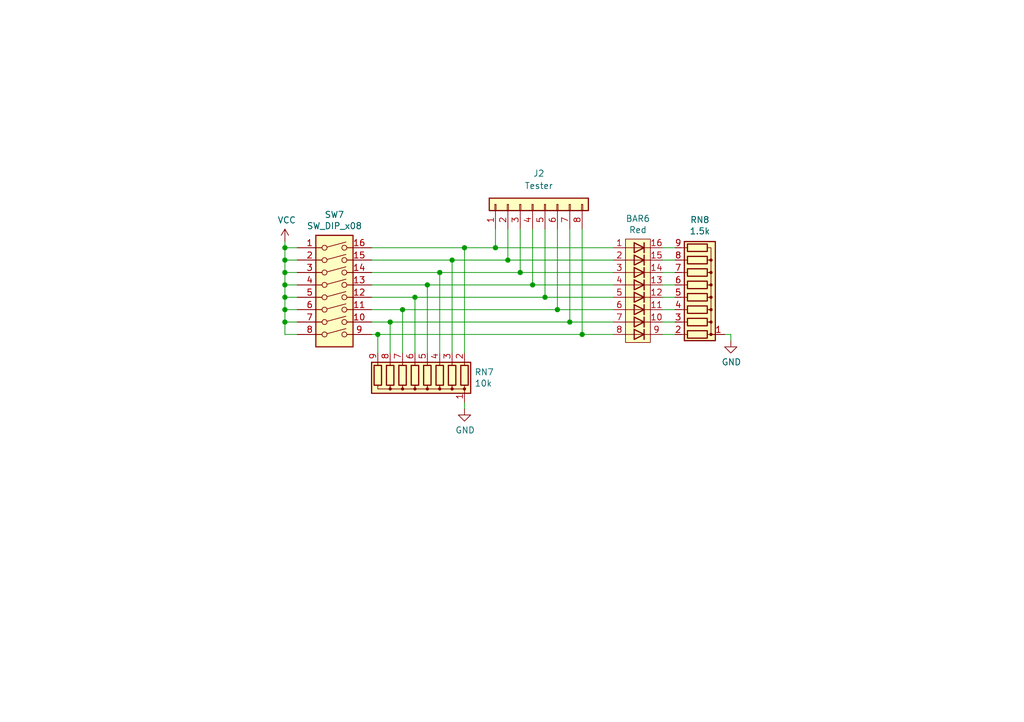
<source format=kicad_sch>
(kicad_sch (version 20211123) (generator eeschema)
  (paper "User" 210.007 148.006)
  (title_block (title "Tester Module") (date "2022-01-23") (rev "A.15") (comment 2 "https://github.com/adrienkohlbecker/65C816") (comment 3 "Licensed under CERN-OHL-W v2") (comment 4 "Copyright © 2021 Adrien Kohlbecker"))
  (lib_symbols
    (symbol "65C816:LED-Array-8" (pin_names (offset 1.016) hide)
      (property "Reference" "BAR" (at 0 11.938 0))
      (property "Value" "LED-Array-8" (at 0.762 -12.065 0))
      (symbol "LED-Array-8_0_1"
        (polyline (pts (xy -2.54 -8.89) (xy 2.54 -8.89)))
        (polyline (pts (xy -2.54 -6.35) (xy 2.54 -6.35)))
        (polyline (pts (xy -2.54 -1.27) (xy 2.54 -1.27)))
        (polyline (pts (xy -2.54 3.81) (xy 2.54 3.81)))
        (polyline (pts (xy -2.54 6.35) (xy 2.54 6.35)))
        (polyline (pts (xy -2.54 8.89) (xy 2.54 8.89)))
        (polyline (pts (xy 1.27 -7.874) (xy 1.27 -9.906)) (stroke (width 0.254)))
        (polyline (pts (xy 1.27 -5.334) (xy 1.27 -7.366)) (stroke (width 0.254)))
        (polyline (pts (xy 1.27 -2.794) (xy 1.27 -4.826)) (stroke (width 0.254)))
        (polyline (pts (xy 1.27 -0.254) (xy 1.27 -2.286)) (stroke (width 0.254)))
        (polyline (pts (xy 1.27 2.286) (xy 1.27 0.254)) (stroke (width 0.254)))
        (polyline (pts (xy 1.27 4.826) (xy 1.27 2.794)) (stroke (width 0.254)))
        (polyline (pts (xy 1.27 7.366) (xy 1.27 5.334)) (stroke (width 0.254)))
        (polyline (pts (xy 1.27 9.906) (xy 1.27 7.874)) (stroke (width 0.254)))
        (polyline (pts (xy 2.54 -3.81) (xy -2.54 -3.81)))
        (polyline (pts (xy 2.54 1.27) (xy -2.54 1.27)))
        (polyline (pts (xy -0.762 -7.874) (xy -0.762 -9.906) (xy 1.27 -8.89) (xy -0.762 -7.874)) (stroke (width 0.254)))
        (polyline (pts (xy -0.762 -5.334) (xy -0.762 -7.366) (xy 1.27 -6.35) (xy -0.762 -5.334)) (stroke (width 0.254)))
        (polyline (pts (xy -0.762 -2.794) (xy -0.762 -4.826) (xy 1.27 -3.81) (xy -0.762 -2.794)) (stroke (width 0.254)))
        (polyline (pts (xy -0.762 -0.254) (xy -0.762 -2.286) (xy 1.27 -1.27) (xy -0.762 -0.254)) (stroke (width 0.254)))
        (polyline (pts (xy -0.762 2.286) (xy -0.762 0.254) (xy 1.27 1.27) (xy -0.762 2.286)) (stroke (width 0.254)))
        (polyline (pts (xy -0.762 4.826) (xy -0.762 2.794) (xy 1.27 3.81) (xy -0.762 4.826)) (stroke (width 0.254)))
        (polyline (pts (xy -0.762 7.366) (xy -0.762 5.334) (xy 1.27 6.35) (xy -0.762 7.366)) (stroke (width 0.254)))
        (polyline (pts (xy -0.762 9.906) (xy -0.762 7.874) (xy 1.27 8.89) (xy -0.762 9.906)) (stroke (width 0.254)))
        (rectangle (start 2.54 10.668) (end -2.54 -10.541) (fill (type background)))
      )
      (symbol "LED-Array-8_1_1"
        (pin passive line (at -5.08 8.89 0) (length 2.54) (name "A") (number "1"))
        (pin passive line (at 5.08 -6.35 180) (length 2.54) (name "K") (number "10"))
        (pin passive line (at 5.08 -3.81 180) (length 2.54) (name "K") (number "11"))
        (pin passive line (at 5.08 -1.27 180) (length 2.54) (name "K") (number "12"))
        (pin passive line (at 5.08 1.27 180) (length 2.54) (name "K") (number "13"))
        (pin passive line (at 5.08 3.81 180) (length 2.54) (name "K") (number "14"))
        (pin passive line (at 5.08 6.35 180) (length 2.54) (name "K") (number "15"))
        (pin passive line (at 5.08 8.89 180) (length 2.54) (name "K") (number "16"))
        (pin passive line (at -5.08 6.35 0) (length 2.54) (name "A") (number "2"))
        (pin passive line (at -5.08 3.81 0) (length 2.54) (name "A") (number "3"))
        (pin passive line (at -5.08 1.27 0) (length 2.54) (name "A") (number "4"))
        (pin passive line (at -5.08 -1.27 0) (length 2.54) (name "A") (number "5"))
        (pin passive line (at -5.08 -3.81 0) (length 2.54) (name "A") (number "6"))
        (pin passive line (at -5.08 -6.35 0) (length 2.54) (name "A") (number "7"))
        (pin passive line (at -5.08 -8.89 0) (length 2.54) (name "A") (number "8"))
        (pin passive line (at 5.08 -8.89 180) (length 2.54) (name "K") (number "9"))
      )
    )
    (symbol "Connector_Generic:Conn_01x08" (pin_names (offset 1.016) hide)
      (property "Reference" "J" (at 0 10.16 0))
      (property "Value" "Conn_01x08" (at 0 -12.7 0))
      (symbol "Conn_01x08_1_1"
        (rectangle (start -1.27 -10.033) (end 0 -10.287) (stroke (width 0.1524)))
        (rectangle (start -1.27 -7.493) (end 0 -7.747) (stroke (width 0.1524)))
        (rectangle (start -1.27 -4.953) (end 0 -5.207) (stroke (width 0.1524)))
        (rectangle (start -1.27 -2.413) (end 0 -2.667) (stroke (width 0.1524)))
        (rectangle (start -1.27 0.127) (end 0 -0.127) (stroke (width 0.1524)))
        (rectangle (start -1.27 2.667) (end 0 2.413) (stroke (width 0.1524)))
        (rectangle (start -1.27 5.207) (end 0 4.953) (stroke (width 0.1524)))
        (rectangle (start -1.27 7.747) (end 0 7.493) (stroke (width 0.1524)))
        (rectangle (start -1.27 8.89) (end 1.27 -11.43) (stroke (width 0.254)) (fill (type background)))
        (pin passive line (at -5.08 7.62 0) (length 3.81) (name "Pin_1") (number "1"))
        (pin passive line (at -5.08 5.08 0) (length 3.81) (name "Pin_2") (number "2"))
        (pin passive line (at -5.08 2.54 0) (length 3.81) (name "Pin_3") (number "3"))
        (pin passive line (at -5.08 0 0) (length 3.81) (name "Pin_4") (number "4"))
        (pin passive line (at -5.08 -2.54 0) (length 3.81) (name "Pin_5") (number "5"))
        (pin passive line (at -5.08 -5.08 0) (length 3.81) (name "Pin_6") (number "6"))
        (pin passive line (at -5.08 -7.62 0) (length 3.81) (name "Pin_7") (number "7"))
        (pin passive line (at -5.08 -10.16 0) (length 3.81) (name "Pin_8") (number "8"))
      )
    )
    (symbol "Device:R_Network08" (pin_names (offset 0) hide)
      (property "Reference" "RN" (at -12.7 0 90))
      (property "Value" "R_Network08" (at 10.16 0 90))
      (symbol "R_Network08_0_1"
        (rectangle (start -11.43 -3.175) (end 8.89 3.175) (stroke (width 0.254)) (fill (type background)))
        (rectangle (start -10.922 1.524) (end -9.398 -2.54) (stroke (width 0.254)))
        (circle (center -10.16 2.286) (radius 0.254) (fill (type outline)))
        (rectangle (start -8.382 1.524) (end -6.858 -2.54) (stroke (width 0.254)))
        (circle (center -7.62 2.286) (radius 0.254) (fill (type outline)))
        (rectangle (start -5.842 1.524) (end -4.318 -2.54) (stroke (width 0.254)))
        (circle (center -5.08 2.286) (radius 0.254) (fill (type outline)))
        (rectangle (start -3.302 1.524) (end -1.778 -2.54) (stroke (width 0.254)))
        (circle (center -2.54 2.286) (radius 0.254) (fill (type outline)))
        (rectangle (start -0.762 1.524) (end 0.762 -2.54) (stroke (width 0.254)))
        (polyline (pts (xy -10.16 -2.54) (xy -10.16 -3.81)))
        (polyline (pts (xy -7.62 -2.54) (xy -7.62 -3.81)))
        (polyline (pts (xy -5.08 -2.54) (xy -5.08 -3.81)))
        (polyline (pts (xy -2.54 -2.54) (xy -2.54 -3.81)))
        (polyline (pts (xy 0 -2.54) (xy 0 -3.81)))
        (polyline (pts (xy 2.54 -2.54) (xy 2.54 -3.81)))
        (polyline (pts (xy 5.08 -2.54) (xy 5.08 -3.81)))
        (polyline (pts (xy 7.62 -2.54) (xy 7.62 -3.81)))
        (polyline (pts (xy -10.16 1.524) (xy -10.16 2.286) (xy -7.62 2.286) (xy -7.62 1.524)))
        (polyline (pts (xy -7.62 1.524) (xy -7.62 2.286) (xy -5.08 2.286) (xy -5.08 1.524)))
        (polyline (pts (xy -5.08 1.524) (xy -5.08 2.286) (xy -2.54 2.286) (xy -2.54 1.524)))
        (polyline (pts (xy -2.54 1.524) (xy -2.54 2.286) (xy 0 2.286) (xy 0 1.524)))
        (polyline (pts (xy 0 1.524) (xy 0 2.286) (xy 2.54 2.286) (xy 2.54 1.524)))
        (polyline (pts (xy 2.54 1.524) (xy 2.54 2.286) (xy 5.08 2.286) (xy 5.08 1.524)))
        (polyline (pts (xy 5.08 1.524) (xy 5.08 2.286) (xy 7.62 2.286) (xy 7.62 1.524)))
        (circle (center 0 2.286) (radius 0.254) (fill (type outline)))
        (rectangle (start 1.778 1.524) (end 3.302 -2.54) (stroke (width 0.254)))
        (circle (center 2.54 2.286) (radius 0.254) (fill (type outline)))
        (rectangle (start 4.318 1.524) (end 5.842 -2.54) (stroke (width 0.254)))
        (circle (center 5.08 2.286) (radius 0.254) (fill (type outline)))
        (rectangle (start 6.858 1.524) (end 8.382 -2.54) (stroke (width 0.254)))
      )
      (symbol "R_Network08_1_1"
        (pin passive line (at -10.16 5.08 270) (length 2.54) (name "common") (number "1"))
        (pin passive line (at -10.16 -5.08 90) (length 1.27) (name "R1") (number "2"))
        (pin passive line (at -7.62 -5.08 90) (length 1.27) (name "R2") (number "3"))
        (pin passive line (at -5.08 -5.08 90) (length 1.27) (name "R3") (number "4"))
        (pin passive line (at -2.54 -5.08 90) (length 1.27) (name "R4") (number "5"))
        (pin passive line (at 0 -5.08 90) (length 1.27) (name "R5") (number "6"))
        (pin passive line (at 2.54 -5.08 90) (length 1.27) (name "R6") (number "7"))
        (pin passive line (at 5.08 -5.08 90) (length 1.27) (name "R7") (number "8"))
        (pin passive line (at 7.62 -5.08 90) (length 1.27) (name "R8") (number "9"))
      )
    )
    (symbol "Switch:SW_DIP_x08" (pin_names (offset 0) hide)
      (property "Reference" "SW" (at 0 13.97 0))
      (property "Value" "SW_DIP_x08" (at 0 -11.43 0))
      (symbol "SW_DIP_x08_0_0"
        (circle (center -2.032 -7.62) (radius 0.508))
        (circle (center -2.032 -5.08) (radius 0.508))
        (circle (center -2.032 -2.54) (radius 0.508))
        (circle (center -2.032 0) (radius 0.508))
        (circle (center -2.032 2.54) (radius 0.508))
        (circle (center -2.032 5.08) (radius 0.508))
        (circle (center -2.032 7.62) (radius 0.508))
        (circle (center -2.032 10.16) (radius 0.508))
        (polyline (pts (xy -1.524 -7.4676) (xy 2.3622 -6.4262)))
        (polyline (pts (xy -1.524 -4.9276) (xy 2.3622 -3.8862)))
        (polyline (pts (xy -1.524 -2.3876) (xy 2.3622 -1.3462)))
        (polyline (pts (xy -1.524 0.127) (xy 2.3622 1.1684)))
        (polyline (pts (xy -1.524 2.667) (xy 2.3622 3.7084)))
        (polyline (pts (xy -1.524 5.207) (xy 2.3622 6.2484)))
        (polyline (pts (xy -1.524 7.747) (xy 2.3622 8.7884)))
        (polyline (pts (xy -1.524 10.287) (xy 2.3622 11.3284)))
        (circle (center 2.032 -7.62) (radius 0.508))
        (circle (center 2.032 -5.08) (radius 0.508))
        (circle (center 2.032 -2.54) (radius 0.508))
        (circle (center 2.032 0) (radius 0.508))
        (circle (center 2.032 2.54) (radius 0.508))
        (circle (center 2.032 5.08) (radius 0.508))
        (circle (center 2.032 7.62) (radius 0.508))
        (circle (center 2.032 10.16) (radius 0.508))
      )
      (symbol "SW_DIP_x08_0_1"
        (rectangle (start -3.81 12.7) (end 3.81 -10.16) (stroke (width 0.254)) (fill (type background)))
      )
      (symbol "SW_DIP_x08_1_1"
        (pin passive line (at -7.62 10.16 0) (length 5.08) (name "~") (number "1"))
        (pin passive line (at 7.62 -5.08 180) (length 5.08) (name "~") (number "10"))
        (pin passive line (at 7.62 -2.54 180) (length 5.08) (name "~") (number "11"))
        (pin passive line (at 7.62 0 180) (length 5.08) (name "~") (number "12"))
        (pin passive line (at 7.62 2.54 180) (length 5.08) (name "~") (number "13"))
        (pin passive line (at 7.62 5.08 180) (length 5.08) (name "~") (number "14"))
        (pin passive line (at 7.62 7.62 180) (length 5.08) (name "~") (number "15"))
        (pin passive line (at 7.62 10.16 180) (length 5.08) (name "~") (number "16"))
        (pin passive line (at -7.62 7.62 0) (length 5.08) (name "~") (number "2"))
        (pin passive line (at -7.62 5.08 0) (length 5.08) (name "~") (number "3"))
        (pin passive line (at -7.62 2.54 0) (length 5.08) (name "~") (number "4"))
        (pin passive line (at -7.62 0 0) (length 5.08) (name "~") (number "5"))
        (pin passive line (at -7.62 -2.54 0) (length 5.08) (name "~") (number "6"))
        (pin passive line (at -7.62 -5.08 0) (length 5.08) (name "~") (number "7"))
        (pin passive line (at -7.62 -7.62 0) (length 5.08) (name "~") (number "8"))
        (pin passive line (at 7.62 -7.62 180) (length 5.08) (name "~") (number "9"))
      )
    )
    (symbol "power:GND" (power) (pin_names (offset 0))
      (property "Value" "GND" (at 0 -3.81 0))
      (symbol "GND_0_1"
        (polyline (pts (xy 0 0) (xy 0 -1.27) (xy 1.27 -1.27) (xy 0 -2.54) (xy -1.27 -1.27) (xy 0 -1.27)))
      )
      (symbol "GND_1_1"
        (pin power_in line (at 0 0 270) (length 0) hide (name "GND") (number "1"))
      )
    )
    (symbol "power:VCC" (power) (pin_names (offset 0))
      (property "Value" "VCC" (at 0 3.81 0))
      (symbol "VCC_0_1"
        (polyline (pts (xy -0.762 1.27) (xy 0 2.54)))
        (polyline (pts (xy 0 0) (xy 0 2.54)))
        (polyline (pts (xy 0 2.54) (xy 0.762 1.27)))
      )
      (symbol "VCC_1_1"
        (pin power_in line (at 0 0 90) (length 0) hide (name "VCC") (number "1"))
      )
    )
  )
  (junction (at 82.55 63.5))
  (junction (at 119.38 68.58))
  (junction (at 90.17 55.88))
  (junction (at 109.22 58.42))
  (junction (at 58.42 63.5))
  (junction (at 116.84 66.04))
  (junction (at 87.63 58.42))
  (junction (at 58.42 55.88))
  (junction (at 111.76 60.96))
  (junction (at 58.42 66.04))
  (junction (at 80.01 66.04))
  (junction (at 95.25 50.8))
  (junction (at 104.14 53.34))
  (junction (at 114.3 63.5))
  (junction (at 92.71 53.34))
  (junction (at 101.6 50.8))
  (junction (at 58.42 58.42))
  (junction (at 106.68 55.88))
  (junction (at 85.09 60.96))
  (junction (at 58.42 53.34))
  (junction (at 58.42 50.8))
  (junction (at 77.47 68.58))
  (junction (at 58.42 60.96))
  (wire (pts (xy 80.01 66.04) (xy 76.2 66.04)))
  (wire (pts (xy 58.42 68.58) (xy 60.96 68.58)))
  (wire (pts (xy 77.47 72.39) (xy 77.47 68.58)))
  (wire (pts (xy 80.01 66.04) (xy 80.01 72.39)))
  (wire (pts (xy 95.25 83.82) (xy 95.25 82.55)))
  (wire (pts (xy 135.89 68.58) (xy 138.43 68.58)))
  (wire (pts (xy 125.73 50.8) (xy 101.6 50.8)))
  (wire (pts (xy 135.89 53.34) (xy 138.43 53.34)))
  (wire (pts (xy 111.76 60.96) (xy 85.09 60.96)))
  (wire (pts (xy 58.42 53.34) (xy 60.96 53.34)))
  (wire (pts (xy 60.96 50.8) (xy 58.42 50.8)))
  (wire (pts (xy 58.42 53.34) (xy 58.42 55.88)))
  (wire (pts (xy 101.6 46.99) (xy 101.6 50.8)))
  (wire (pts (xy 58.42 63.5) (xy 58.42 66.04)))
  (wire (pts (xy 95.25 72.39) (xy 95.25 50.8)))
  (wire (pts (xy 125.73 60.96) (xy 111.76 60.96)))
  (wire (pts (xy 119.38 46.99) (xy 119.38 68.58)))
  (wire (pts (xy 58.42 63.5) (xy 60.96 63.5)))
  (wire (pts (xy 82.55 63.5) (xy 82.55 72.39)))
  (wire (pts (xy 138.43 66.04) (xy 135.89 66.04)))
  (wire (pts (xy 76.2 63.5) (xy 82.55 63.5)))
  (wire (pts (xy 60.96 60.96) (xy 58.42 60.96)))
  (wire (pts (xy 76.2 68.58) (xy 77.47 68.58)))
  (wire (pts (xy 87.63 58.42) (xy 87.63 72.39)))
  (wire (pts (xy 135.89 63.5) (xy 138.43 63.5)))
  (wire (pts (xy 60.96 66.04) (xy 58.42 66.04)))
  (wire (pts (xy 116.84 46.99) (xy 116.84 66.04)))
  (wire (pts (xy 111.76 46.99) (xy 111.76 60.96)))
  (wire (pts (xy 116.84 66.04) (xy 80.01 66.04)))
  (wire (pts (xy 85.09 60.96) (xy 76.2 60.96)))
  (wire (pts (xy 109.22 58.42) (xy 125.73 58.42)))
  (wire (pts (xy 95.25 50.8) (xy 76.2 50.8)))
  (wire (pts (xy 114.3 46.99) (xy 114.3 63.5)))
  (wire (pts (xy 138.43 60.96) (xy 135.89 60.96)))
  (wire (pts (xy 85.09 60.96) (xy 85.09 72.39)))
  (wire (pts (xy 76.2 58.42) (xy 87.63 58.42)))
  (wire (pts (xy 58.42 55.88) (xy 58.42 58.42)))
  (wire (pts (xy 58.42 58.42) (xy 58.42 60.96)))
  (wire (pts (xy 76.2 53.34) (xy 92.71 53.34)))
  (wire (pts (xy 90.17 55.88) (xy 76.2 55.88)))
  (wire (pts (xy 109.22 46.99) (xy 109.22 58.42)))
  (wire (pts (xy 114.3 63.5) (xy 125.73 63.5)))
  (wire (pts (xy 58.42 50.8) (xy 58.42 53.34)))
  (wire (pts (xy 87.63 58.42) (xy 109.22 58.42)))
  (wire (pts (xy 125.73 55.88) (xy 106.68 55.88)))
  (wire (pts (xy 138.43 55.88) (xy 135.89 55.88)))
  (wire (pts (xy 58.42 60.96) (xy 58.42 63.5)))
  (wire (pts (xy 125.73 66.04) (xy 116.84 66.04)))
  (wire (pts (xy 138.43 50.8) (xy 135.89 50.8)))
  (wire (pts (xy 149.86 68.58) (xy 148.59 68.58)))
  (wire (pts (xy 104.14 46.99) (xy 104.14 53.34)))
  (wire (pts (xy 58.42 66.04) (xy 58.42 68.58)))
  (wire (pts (xy 90.17 55.88) (xy 90.17 72.39)))
  (wire (pts (xy 58.42 49.53) (xy 58.42 50.8)))
  (wire (pts (xy 77.47 68.58) (xy 119.38 68.58)))
  (wire (pts (xy 149.86 69.85) (xy 149.86 68.58)))
  (wire (pts (xy 106.68 55.88) (xy 90.17 55.88)))
  (wire (pts (xy 119.38 68.58) (xy 125.73 68.58)))
  (wire (pts (xy 60.96 55.88) (xy 58.42 55.88)))
  (wire (pts (xy 92.71 72.39) (xy 92.71 53.34)))
  (wire (pts (xy 106.68 46.99) (xy 106.68 55.88)))
  (wire (pts (xy 92.71 53.34) (xy 104.14 53.34)))
  (wire (pts (xy 58.42 58.42) (xy 60.96 58.42)))
  (wire (pts (xy 135.89 58.42) (xy 138.43 58.42)))
  (wire (pts (xy 104.14 53.34) (xy 125.73 53.34)))
  (wire (pts (xy 101.6 50.8) (xy 95.25 50.8)))
  (wire (pts (xy 82.55 63.5) (xy 114.3 63.5)))
  (symbol (lib_id "65C816:LED-Array-8") (at 130.81 59.69 0) (unit 1)
    (property "Reference" "BAR6" (at 130.81 44.831 0))
    (property "Value" "Red" (at 130.81 47.1424 0))
  )
  (symbol (lib_id "Device:R_Network08") (at 143.51 58.42 270) (mirror x) (unit 1)
    (property "Reference" "RN8" (at 143.51 45.085 90))
    (property "Value" "1.5k" (at 143.51 47.3964 90))
    (property "Footprint" "Resistor_THT:R_Array_SIP9" (effects hide))
    (property "Datasheet" "http://www.vishay.com/docs/31509/csc.pdf" (effects hide))
  )
  (symbol (lib_id "Switch:SW_DIP_x08") (at 68.58 60.96 0) (unit 1)
    (property "Reference" "SW7" (at 68.58 44.0182 0))
    (property "Value" "SW_DIP_x08" (at 68.58 46.3296 0))
  )
  (symbol (lib_id "power:GND") (at 149.86 69.85 0) (unit 1)
    (property "Reference" "#PWR0109" (effects hide))
    (property "Value" "GND" (at 149.987 74.2442 0))
  )
  (symbol (lib_id "power:VCC") (at 58.42 49.53 0) (unit 1)
    (property "Reference" "#PWR0110" (effects hide))
    (property "Value" "VCC" (at 58.801 45.1358 0))
  )
  (symbol (lib_id "Device:R_Network08") (at 85.09 77.47 180) (unit 1)
    (property "Reference" "RN7" (at 97.282 76.3016 0) (effects (justify right)))
    (property "Value" "10k" (at 97.282 78.613 0) (effects (justify right)))
    (property "Footprint" "Resistor_THT:R_Array_SIP9" (effects hide))
    (property "Datasheet" "http://www.vishay.com/docs/31509/csc.pdf" (effects hide))
  )
  (symbol (lib_id "power:GND") (at 95.25 83.82 0) (unit 1)
    (property "Reference" "#PWR0111" (effects hide))
    (property "Value" "GND" (at 95.377 88.2142 0))
  )
  (symbol (lib_id "Connector_Generic:Conn_01x08") (at 109.22 41.91 90) (unit 1)
    (property "Reference" "J2" (at 110.49 35.56 90))
    (property "Value" "Tester" (at 110.49 38.1 90))
  )
)
</source>
